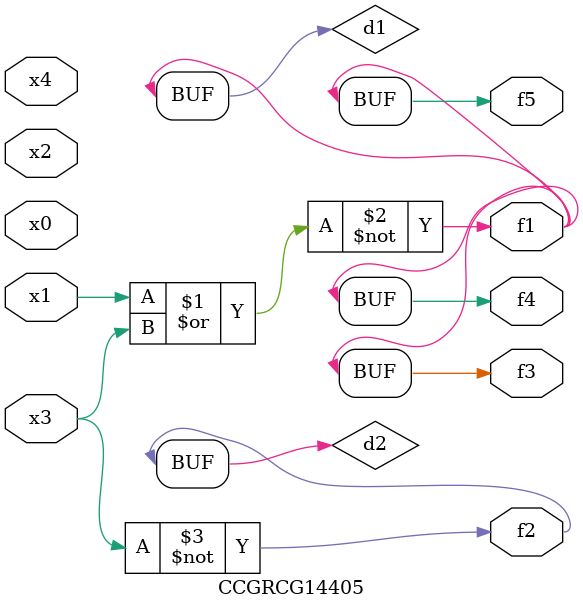
<source format=v>
module CCGRCG14405(
	input x0, x1, x2, x3, x4,
	output f1, f2, f3, f4, f5
);

	wire d1, d2;

	nor (d1, x1, x3);
	not (d2, x3);
	assign f1 = d1;
	assign f2 = d2;
	assign f3 = d1;
	assign f4 = d1;
	assign f5 = d1;
endmodule

</source>
